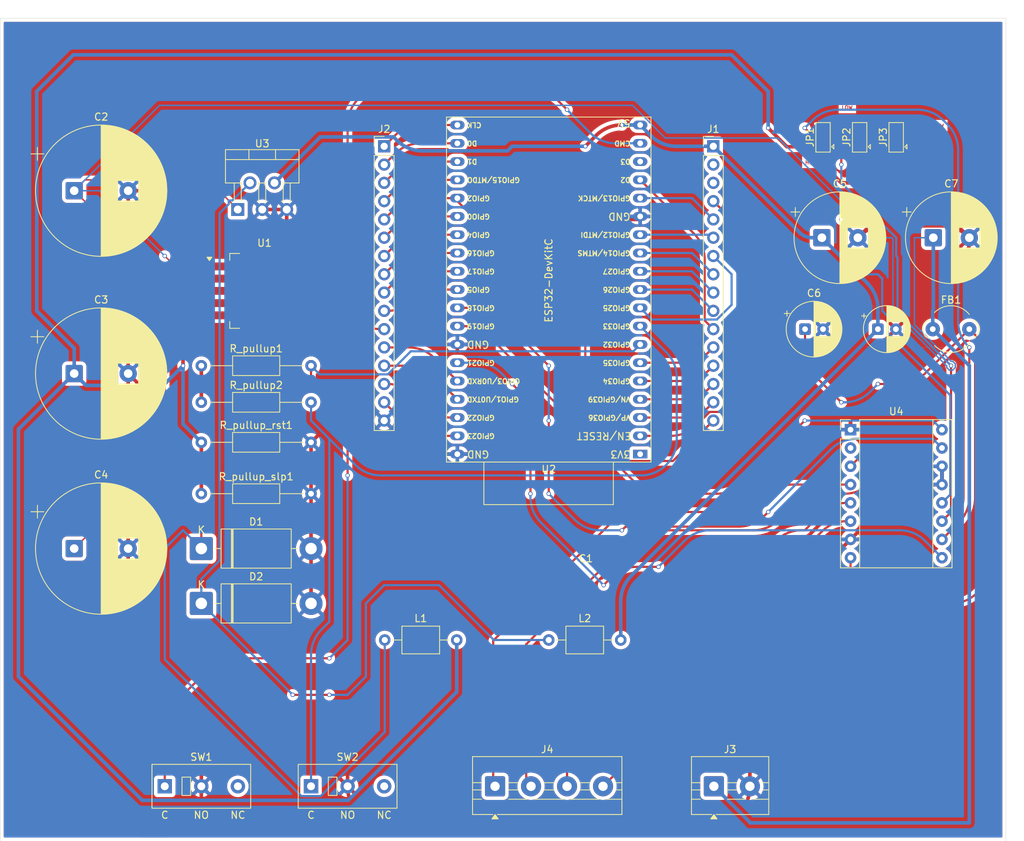
<source format=kicad_pcb>
(kicad_pcb (version 20241229) (generator "pcbnew") (generator_version "9.0")
  (title_block (title "SINGLE AXIS STEPPER CONTROLLER") (comment 1 "AUTHOR:-MIKHAEL SUNIL"))
  (layers (0 "F.Cu" signal) (2 "B.Cu" signal) (13 "F.Paste" user) (15 "B.Paste" user) (5 "F.SilkS" user "F.Silkscreen") (7 "B.SilkS" user "B.Silkscreen") (1 "F.Mask" user) (3 "B.Mask" user) (25 "Edge.Cuts" user))
  (net 0 "")
  (net 3 "GND")
  (net 4 "+5V")
  (net 5 "+12V")
  (net 6 "+3.3V")
  (net 7 "Net-(U4-VMOT)")
  (net 8 "Net-(D1-K)")
  (net 9 "Net-(D2-K)")
  (net 10 "/IO35")
  (net 11 "/IO39")
  (net 12 "/IO15")
  (net 13 "/IO34")
  (net 14 "/IO0")
  (net 15 "/IO36")
  (net 16 "/IO13")
  (net 17 "/IO14")
  (net 18 "/IO4")
  (net 20 "/IO2")
  (net 21 "/IO12")
  (net 22 "/IO3")
  (net 23 "/CHIP_PU")
  (net 24 "/IO1")
  (net 25 "/IO22")
  (net 26 "/CMD")
  (net 27 "/IO10")
  (net 28 "/IO7")
  (net 29 "/IO17")
  (net 30 "/IO25")
  (net 31 "/IO16")
  (net 32 "/IO8")
  (net 33 "/IO23")
  (net 34 "/IO5")
  (net 35 "/IO6")
  (net 36 "/IO27")
  (net 37 "/IO26")
  (net 38 "/IO9")
  (net 39 "/A2")
  (net 40 "/B2")
  (net 41 "/A1")
  (net 42 "/B1")
  (net 43 "/M0")
  (net 44 "/M1")
  (net 45 "/M2")
  (net 46 "/SW1")
  (net 47 "/+3.3")
  (net 48 "/SW2")
  (net 49 "/STEP")
  (net 50 "/DIR")
  (net 51 "/EN")
  (footprint "Connector_PinHeader_2.54mm:PinHeader_1x16_P2.54mm_Vertical" (layer "F.Cu") (at 177.8 48.26)
    (property "Reference" "J1")
    (property "Value" "Conn_01x16_Pin")
  )
  (footprint "Button_Switch_THT:SW_XKB_DM1-16UP-1" (layer "F.Cu") (at 121.92 137.16)
    (property "Reference" "SW2")
    (property "Value" "Limit_Switch2")
  )
  (footprint "Capacitor_THT:CP_Radial_D6.3mm_P2.50mm" (layer "F.Cu") (at 200.66 73.66)
    (property "Reference" "C1")
    (property "Value" "100uF")
  )
  (footprint "Package_TO_SOT_SMD:TO-263-5_TabPin3" (layer "F.Cu") (at 115.455 68.345)
    (property "Reference" "U1")
    (property "Value" "LM2596S-3.3")
  )
  (footprint "TerminalBlock:TerminalBlock_MaiXu_MX126-5.0-02P_1x02_P5.00mm" (layer "F.Cu") (at 177.88 137.16)
    (property "Reference" "J3")
    (property "Value" "Power Supply")
  )
  (footprint "Capacitor_THT:CP_Radial_D7.5mm_P2.50mm" (layer "F.Cu") (at 190.54 73.66)
    (property "Reference" "C6")
    (property "Value" "100nF")
  )
  (footprint "Connector_PinHeader_2.54mm:PinHeader_1x16_P2.54mm_Vertical" (layer "F.Cu") (at 132.08 48.26)
    (property "Reference" "J2")
    (property "Value" "Conn_01x16_Pin")
  )
  (footprint "Diode_THT:D_DO-201AD_P15.24mm_Horizontal" (layer "F.Cu") (at 106.68 111.76)
    (property "Reference" "D2")
    (property "Value" "1N5822")
  )
  (footprint "Resistor_THT:R_Axial_DIN0207_L6.3mm_D2.5mm_P15.24mm_Horizontal" (layer "F.Cu") (at 106.68 89.38)
    (property "Reference" "R_pullup_rst1")
    (property "Value" "10k")
  )
  (footprint "PCM_Espressif:ESP32-DevKitC" (layer "F.Cu") (at 167.64 91.02344 180)
    (property "Reference" "U2")
    (property "Value" "ESP32-DevKitC")
  )
  (footprint "Resistor_THT:R_Axial_DIN0207_L6.3mm_D2.5mm_P15.24mm_Horizontal" (layer "F.Cu") (at 106.68 78.74)
    (property "Reference" "R_pullup1")
    (property "Value" "10k")
  )
  (footprint "Capacitor_THT:CP_Radial_D12.5mm_P5.00mm" (layer "F.Cu") (at 208.36 60.96)
    (property "Reference" "C7")
    (property "Value" "100uF")
  )
  (footprint "Resistor_THT:R_Axial_DIN0207_L6.3mm_D2.5mm_P15.24mm_Horizontal" (layer "F.Cu") (at 106.68 96.52)
    (property "Reference" "R_pullup_slp1")
    (property "Value" "10k")
  )
  (footprint "TerminalBlock:TerminalBlock_MaiXu_MX126-5.0-04P_1x04_P5.00mm" (layer "F.Cu") (at 147.48 137.16)
    (property "Reference" "J4")
    (property "Value" "Screw_Terminal_01x04")
  )
  (footprint "Package_TO_SOT_THT:TO-220-5_P3.4x3.7mm_StaggerOdd_Lead3.8mm_Vertical" (layer "F.Cu") (at 111.74 57.04)
    (property "Reference" "U3")
    (property "Value" "LM2596T-5")
  )
  (footprint "Inductor_THT:L_Axial_L5.0mm_D3.6mm_P10.00mm_Horizontal_Murata_BL01RN1A2A2" (layer "F.Cu") (at 154.94 116.84)
    (property "Reference" "L2")
    (property "Value" "33uH")
  )
  (footprint "Jumper:SolderJumper-3_P1.3mm_Open_Pad1.0x1.5mm" (layer "F.Cu") (at 203.2 47.02 90)
    (property "Reference" "JP3")
    (property "Value" "Jumper_3_Open")
  )
  (footprint "Capacitor_THT:CP_Radial_D12.5mm_P5.00mm" (layer "F.Cu") (at 192.882082 60.96)
    (property "Reference" "C5")
    (property "Value" "220uF")
  )
  (footprint "Resistor_THT:R_Axial_DIN0207_L6.3mm_D2.5mm_P15.24mm_Horizontal" (layer "F.Cu") (at 106.68 83.82)
    (property "Reference" "R_pullup2")
    (property "Value" "10k")
  )
  (footprint "Button_Switch_THT:SW_XKB_DM1-16UP-1" (layer "F.Cu") (at 101.6 137.16)
    (property "Reference" "SW1")
    (property "Value" "Limit_Switch1")
  )
  (footprint "Inductor_THT:L_Axial_L5.0mm_D3.6mm_P10.00mm_Horizontal_Murata_BL01RN1A2A2" (layer "F.Cu") (at 132.16 116.84)
    (property "Reference" "L1")
    (property "Value" "33uH")
  )
  (footprint "Capacitor_THT:CP_Radial_D18.0mm_P7.50mm" (layer "F.Cu") (at 89.02 79.83)
    (property "Reference" "C3")
    (property "Value" "220uF")
  )
  (footprint "Capacitor_THT:CP_Radial_D18.0mm_P7.50mm" (layer "F.Cu") (at 89.02 104.14)
    (property "Reference" "C4")
    (property "Value" "680uF")
  )
  (footprint "Diode_THT:D_DO-201AD_P15.24mm_Horizontal" (layer "F.Cu") (at 106.68 104.14)
    (property "Reference" "D1")
    (property "Value" "1N5822")
  )
  (footprint "Ferrite_THT:LairdTech_28C0236-0JW-10" (layer "F.Cu") (at 208.28 73.66)
    (property "Reference" "FB1")
    (property "Value" "FerriteBead")
  )
  (footprint "Jumper:SolderJumper-3_P1.3mm_Open_Pad1.0x1.5mm" (layer "F.Cu") (at 198.12 47.02 90)
    (property "Reference" "JP2")
    (property "Value" "Jumper_3_Open")
  )
  (footprint "Capacitor_THT:CP_Radial_D18.0mm_P7.50mm" (layer "F.Cu") (at 89.02 54.43)
    (property "Reference" "C2")
    (property "Value" "680uF")
  )
  (footprint "Jumper:SolderJumper-3_P1.3mm_Open_Pad1.0x1.5mm" (layer "F.Cu") (at 193.04 47.02 90)
    (property "Reference" "JP1")
    (property "Value" "Jumper_3_Open")
  )
  (footprint "Module:Pololu_Breakout-16_15.2x20.3mm" (layer "F.Cu") (at 196.86 87.63)
    (property "Reference" "U4")
    (property "Value" "Pololu_Breakout_DRV8825")
  )
  (gr_rect (start 78.74 30.48) (end 218.44 144.78) (stroke (width 0.05)) (fill no) (layer "Edge.Cuts"))
  (gr_text "B1" (at 157.48 129.54 0) (layer "F.Cu") (effects (font (size 1.5 1.5) (thickness 0.3) (bold yes)) (justify left bottom)))
  (gr_text "B2" (at 162.56 129.54 0) (layer "F.Cu") (effects (font (size 1.5 1.5) (thickness 0.3) (bold yes)) (justify left bottom)))
  (gr_text "M2" (at 200.66 40.64 0) (layer "F.Cu") (effects (font (size 1.5 1.5) (thickness 0.3) (bold yes)) (justify left bottom)))
  (gr_text "A3\n" (at 152.4 129.54 0) (layer "F.Cu") (effects (font (size 1.5 1.5) (thickness 0.3) (bold yes)) (justify left bottom)))
  (gr_text "LOW" (at 208.28 45.72 0) (layer "F.Cu") (effects (font (size 0.5 0.5) (thickness 0.1) (bold yes)) (justify left bottom)))
  (gr_text "HIGH" (at 190.5 50.8 0) (layer "F.Cu") (effects (font (size 0.5 0.5) (thickness 0.1) (bold yes)) (justify left bottom)))
  (gr_text "M1\n" (at 195.58 40.64 0) (layer "F.Cu") (effects (font (size 1.5 1.5) (thickness 0.3) (bold yes)) (justify left bottom)))
  (gr_text "	SINGLE AXIS STEPPER\n      MOTOR CONTROLLER\n" (at 180.34 129.54 0) (layer "F.Cu") (effects (font (size 1.5 1.5) (thickness 0.3) (bold yes)) (justify left bottom)))
  (gr_text "A2" (at 147.660225 129.54 0) (layer "F.Cu") (effects (font (size 1.5 1.5) (thickness 0.3) (bold yes)) (justify left bottom)))
  (gr_text "LOW" (at 195.58 43.18 0) (layer "F.Cu") (effects (font (size 0.5 0.5) (thickness 0.1) (bold yes)) (justify left bottom)))
  (gr_text "-" (at 187.96 139.7 0) (layer "F.Cu") (effects (font (size 2.5 1.5) (thickness 0.3) (bold yes)) (justify left bottom)))
  (gr_text "+     " (at 170.18 139.7 0) (layer "F.Cu") (effects (font (size 2.5 1.5) (thickness 0.3) (bold yes)) (justify left bottom)))
  (gr_text "HIGH" (at 200.66 53.34 0) (layer "F.Cu") (effects (font (size 0.5 0.5) (thickness 0.1) (bold yes)) (justify left bottom)))
  (gr_text "LOW" (at 187.96 45.72 0) (layer "F.Cu") (effects (font (size 0.5 0.5) (thickness 0.1) (bold yes)) (justify left bottom)))
  (gr_text "A1" (at 142.24 129.54 0) (layer "F.Cu") (effects (font (size 1.5 1.5) (thickness 0.3) (bold yes)) (justify left bottom)))
  (gr_text "HIGH" (at 205.74 53.34 0) (layer "F.Cu") (effects (font (size 0.5 0.5) (thickness 0.1) (bold yes)) (justify left bottom)))
  (gr_text "M0\n" (at 190.677669 40.64 0) (layer "F.Cu") (effects (font (size 1.5 1.5) (thickness 0.3) (bold yes)) (justify left bottom)))
  (segment (start 106.68 139.029) (end 106.68 137.16) (width 0.5) (layer "F.Cu") (net 3))
  (segment (start 193.04 45.72) (end 189.424466 42.104466) (width 0.5) (layer "F.Cu") (net 3))
  (segment (start 132.08 86.36) (end 118.419466 72.699466) (width 0.5) (layer "F.Cu") (net 3))
  (segment (start 198.12 45.72) (end 193.04 45.72) (width 0.5) (layer "F.Cu") (net 3))
  (segment (start 116.955 68.345) (end 115.019466 70.280534) (width 0.5) (layer "F.Cu") (net 3))
  (segment (start 118.54 57.04) (end 115.14 57.04) (width 0.5) (layer "F.Cu") (net 3))
  (segment (start 109.22 129.54) (end 117.308932 129.54) (width 0.5) (layer "F.Cu") (net 3))
  (segment (start 199.39 87.63) (end 196.86 87.63) (width 0.5) (layer "F.Cu") (net 3))
  (segment (start 111.483932 71.745) (end 107.805 71.745) (width 0.5) (layer "F.Cu") (net 3))
  (segment (start 213.36 60.96) (end 213.173466 60.773466) (width 0.5) (layer "F.Cu") (net 3))
  (segment (start 121.92 108.35) (end 121.92 111.76) (width 0.5) (layer "F.Cu") (net 3))
  (segment (start 209.56 95.25) (end 209.56 92.71) (width 0.5) (layer "F.Cu") (net 3))
  (segment (start 200.66 88.9) (end 199.39 87.63) (width 0.5) (layer "F.Cu") (net 3))
  (segment (start 167.64 58.42) (end 167.64 58.00344) (width 0.5) (layer "F.Cu") (net 3))
  (segment (start 142.24 91.02344) (end 145.19656 91.02344) (width 0.5) (layer "F.Cu") (net 3))
  (segment (start 198.068616 60.773466) (end 197.882082 60.96) (width 0.5) (layer "F.Cu") (net 3))
  (segment (start 132 142.24) (end 177.88 142.24) (width 0.5) (layer "F.Cu") (net 3))
  (segment (start 118.54 64.688932) (end 118.54 57.04) (width 0.5) (layer "F.Cu") (net 3))
  (segment (start 193.04 73.66) (end 194.115534 72.584466) (width 0.5) (layer "F.Cu") (net 3))
  (segment (start 157.48 47.791068) (end 157.48 53.42) (width 0.5) (layer "F.Cu") (net 3))
  (segment (start 207.698514 45.72) (end 203.2 45.72) (width 0.5) (layer "F.Cu") (net 3))
  (segment (start 121.92 101.6) (end 121.92 93.43) (width 0.5) (layer "F.Cu") (net 3))
  (segment (start 200.66 96.998932) (end 200.66 88.9) (width 0.5) (layer "F.Cu") (net 3))
  (segment (start 146.90344 75.78344) (end 142.24 75.78344) (width 0.5) (layer "F.Cu") (net 3))
  (segment (start 197.651068 71.12) (end 198.548932 71.12) (width 0.5) (layer "F.Cu") (net 3))
  (segment (start 116.955 69.163932) (end 116.955 68.345) (width 0.5) (layer "F.Cu") (net 3))
  (segment (start 202.084466 72.584466) (end 203.16 73.66) (width 0.5) (layer "F.Cu") (net 3))
  (segment (start 96.52 54.43) (end 96.52 79.83) (width 0.5) (layer "F.Cu") (net 3))
  (segment (start 145.19656 91.02344) (end 145.855534 90.364466) (width 0.5) (layer "F.Cu") (net 3))
  (segment (start 196.86 87.63) (end 196.86 79.551068) (width 0.5) (layer "F.Cu") (net 3))
  (segment (start 126.13 108.35) (end 121.92 108.35) (width 0.5) (layer "F.Cu") (net 3))
  (segment (start 203.2 45.72) (end 200.66 45.72) (width 0.5) (layer "F.Cu") (net 3))
  (segment (start 211.895534 64.924466) (end 203.16 73.66) (width 0.5) (layer "F.Cu") (net 3))
  (segment (start 121.92 93.43) (end 121.92 89.38) (width 0.5) (layer "F.Cu") (net 3))
  (segment (start 196.86 102.87) (end 197.318932 102.87) (width 0.5) (layer "F.Cu") (net 3))
  (segment (start 200.66 45.72) (end 198.12 45.72) (width 0.5) (layer "F.Cu") (net 3))
  (segment (start 209.081068 95.25) (end 209.56 95.25) (width 0.5) (layer "F.Cu") (net 3))
  (segment (start 132.08 86.36) (end 135.278974 89.558974) (width 0.5) (layer "F.Cu") (net 3))
  (segment (start 208.28 48.26) (end 208.28 46.301486) (width 0.5) (layer "F.Cu") (net 3))
  (segment (start 210.82 51.268932) (end 210.82 50.8) (width 0.5) (layer "F.Cu") (net 3))
  (segment (start 195.395534 76.015534) (end 193.04 73.66) (width 0.5) (layer "F.Cu") (net 3))
  (segment (start 196.86 102.87) (end 199.195534 100.534466) (width 0.5) (layer "F.Cu") (net 3))
  (segment (start 147.32 76.2) (end 146.90344 75.78344) (width 0.5) (layer "F.Cu") (net 3))
  (segment (start 213.36 60.96) (end 209.744466 57.344466) (width 0.5) (layer "F.Cu") (net 3))
  (segment (start 116.955 68.345) (end 117.075534 68.224466) (width 0.5) (layer "F.Cu") (net 3))
  (segment (start 96.52 79.83) (end 96.52 104.14) (width 0.5) (layer "F.Cu") (net 3))
  (segment (start 127 109.22) (end 126.13 108.35) (width 0.5) (layer "F.Cu") (net 3))
  (segment (start 108.144466 130.615534) (end 109.22 129.54) (width 0.5) (layer "F.Cu") (net 3))
  (segment (start 147.32 86.828932) (end 147.32 76.2) (width 0.5) (layer "F.Cu") (net 3))
  (segment (start 213.36 60.96) (end 213.36 61.388932) (width 0.5) (layer "F.Cu") (net 3))
  (segment (start 96.52 104.14) (end 96.52 140.168932) (width 0.5) (layer "F.Cu") (net 3))
  (segment (start 100.968932 54.43) (end 96.52 54.43) (width 0.5) (layer "F.Cu") (net 3))
  (segment (start 182.88 137.24) (end 182.88 137.16) (width 0.5) (layer "F.Cu") (net 3))
  (segment (start 98.309 144.029) (end 101.68 144.029) (width 0.5) (layer "F.Cu") (net 3))
  (segment (start 184.344466 115.385534) (end 196.86 102.87) (width 0.5) (layer "F.Cu") (net 3))
  (segment (start 185.888932 40.64) (end 164.631068 40.64) (width 0.5) (layer "F.Cu") (net 3))
  (segment (start 106.68 137.16) (end 106.68 134.151068) (width 0.5) (layer "F.Cu") (net 3))
  (segment (start 208.28 53.808932) (end 210.82 51.268932) (width 0.5) (layer "F.Cu") (net 3))
  (segment (start 97.984466 143.704466) (end 98.309 144.029) (width 0.5) (layer "F.Cu") (net 3))
  (segment (start 120.844466 131.004466) (end 127 137.16) (width 0.5) (layer "F.Cu") (net 3))
  (segment (start 127 137.16) (end 127 137.24) (width 0.5) (layer "F.Cu") (net 3))
  (segment (start 116.955 68.345) (end 107.805 68.345) (width 0.5) (layer "F.Cu") (net 3))
  (segment (start 121.92 108.35) (end 121.92 101.6) (width 0.5) (layer "F.Cu") (net 3))
  (segment (start 161.095534 42.104466) (end 158.944466 44.255534) (width 0.5) (layer "F.Cu") (net 3))
  (segment (start 127 137.16) (end 127 109.22) (width 0.5) (layer "F.Cu") (net 3))
  (segment (start 182.88 137.16) (end 182.88 118.921068) (width 0.5) (layer "F.Cu") (net 3))
  (segment (start 208.28 46.301486) (end 207.698514 45.72) (width 0.5) (layer "F.Cu") (net 3))
  (segment (start 209.637932 59.309) (end 201.60415 59.309) (width 0.5) (layer "F.Cu") (net 3))
  (segment (start 116.955 68.345) (end 104.504466 55.894466) (width 0.5) (layer "F.Cu") (net 3))
  (segment (start 210.82 50.8) (end 208.28 48.26) (width 0.5) (layer "F.Cu") (net 3))
  (segment (start 138.814508 91.02344) (end 142.24 91.02344) (width 0.5) (layer "F.Cu") (net 3))
  (segment (start 162.48 58.42) (end 167.64 58.42) (width 0.5) (layer "F.Cu") (net 3))
  (segment (start 200.854466 101.405534) (end 205.545534 96.714466) (width 0.5) (layer "F.Cu") (net 3))
  (arc (start 106.68 139.029) (mid 105.215534 142.564534) (end 101.68 144.029) (width 0.5) (layer "F.Cu") (net 3))
  (arc (start 116.955 69.163932) (mid 117.335602 71.077349) (end 118.419466 72.699466) (width 0.5) (layer "F.Cu") (net 3))
  (arc (start 213.36 61.388932) (mid 212.979398 63.302349) (end 211.895534 64.924466) (width 0.5) (layer "F.Cu") (net 3))
  (arc (start 138.814508 91.02344) (mid 136.901091 90.642838) (end 135.278974 89.558974) (width 0.5) (layer "F.Cu") (net 3))
  (arc (start 164.631068 40.64) (mid 162.717651 41.020602) (end 161.095534 42.104466) (width 0.5) (layer "F.Cu") (net 3))
  (arc (start 199.195534 100.534466) (mid 200.279398 98.912349) (end 200.66 96.998932) (width 0.5) (layer "F.Cu") (net 3))
  (arc (start 198.548932 71.12) (mid 200.462349 71.500602) (end 202.084466 72.584466) (width 0.5) (layer "F.Cu") (net 3))
  (arc (start 108.144466 130.615534) (mid 107.060602 132.237651) (end 106.68 134.151068) (width 0.5) (layer "F.Cu") (net 3))
  (arc (start 147.32 86.828932) (mid 146.939398 88.742349) (end 145.855534 90.364466) (width 0.5) (layer "F.Cu") (net 3))
  (arc (start 132 142.24) (mid 128.464466 140.775534) (end 127 137.24) (width 0.5) (layer "F.Cu") (net 3))
  (arc (start 177.88 142.24) (mid 181.415534 140.775534) (end 182.88 137.24) (width 0.5) (layer "F.Cu") (net 3))
  (arc (start 100.968932 54.43) (mid 102.882349 54.810602) (end 104.504466 55.894466) (width 0.5) (layer "F.Cu") (net 3))
  (arc (start 182.88 118.921068) (mid 183.260602 117.007651) (end 184.344466 115.385534) (width 0.5) (layer "F.Cu") (net 3))
  (arc (start 185.888932 40.64) (mid 187.802349 41.020602) (end 189.424466 42.104466) (width 0.5) (layer "F.Cu") (net 3))
  (arc (start 197.318932 102.87) (mid 199.232349 102.489398) (end 200.854466 101.405534) (width 0.5) (layer "F.Cu") (net 3))
  (arc (start 195.395534 76.015534) (mid 196.479398 77.637651) (end 196.86 79.551068) (width 0.5) (layer "F.Cu") (net 3))
  (arc (start 118.54 64.688932) (mid 118.159398 66.602349) (end 117.075534 68.224466) (width 0.5) (layer "F.Cu") (net 3))
  (arc (start 209.744466 57.344466) (mid 208.660602 55.722349) (end 208.28 53.808932) (width 0.5) (layer "F.Cu") (net 3))
  (arc (start 157.48 47.791068) (mid 157.860602 45.877651) (end 158.944466 44.255534) (width 0.5) (layer "F.Cu") (net 3))
  (arc (start 209.081068 95.25) (mid 207.167651 95.630602) (end 205.545534 96.714466) (width 0.5) (layer "F.Cu") (net 3))
  (arc (start 111.483932 71.745) (mid 113.397349 71.364398) (end 115.019466 70.280534) (width 0.5) (layer "F.Cu") (net 3))
  (arc (start 198.068616 60.773466) (mid 199.690733 59.689602) (end 201.60415 59.309) (width 0.5) (layer "F.Cu") (net 3))
  (arc (start 157.48 53.42) (mid 158.944466 56.955534) (end 162.48 58.42) (width 0.5) (layer "F.Cu") (net 3))
  (arc (start 197.651068 71.12) (mid 195.737651 71.500602) (end 194.115534 72.584466) (width 0.5) (layer "F.Cu") (net 3))
  (arc (start 213.173466 60.773466) (mid 211.551349 59.689602) (end 209.637932 59.309) (width 0.5) (layer "F.Cu") (net 3))
  (arc (start 120.844466 131.004466) (mid 119.222349 129.920602) (end 117.308932 129.54) (width 0.5) (layer "F.Cu") (net 3))
  (arc (start 97.984466 143.704466) (mid 96.900602 142.082349) (end 96.52 140.168932) (width 0.5) (layer "F.Cu") (net 3))
  (segment (start 161.512094 46.767906) (end 160.02 48.26) (width 0.5) (layer "F.Cu") (net 4))
  (segment (start 165.1 45.30344) (end 165.047628 45.30344) (width 0.5) (layer "F.Cu") (net 4))
  (via (at 165.1 45.30344) (size 0.6) (drill 0.4) (layers "F.Cu" "B.Cu") (net 4))
  (via (at 160.02 48.26) (size 0.6) (drill 0.4) (layers "F.Cu" "B.Cu") (net 4))
  (arc (start 165.047628 45.30344) (mid 163.134211 45.684042) (end 161.512094 46.767906) (width 0.5) (layer "F.Cu") (net 4))
  (segment (start 160.02 48.26) (end 149.86 48.26) (width 0.5) (layer "B.Cu") (net 4))
  (segment (start 164.94 116.84) (end 164.94 111.451068) (width 0.5) (layer "B.Cu") (net 4))
  (segment (start 166.404466 107.915534) (end 200.66 73.66) (width 0.5) (layer "B.Cu") (net 4))
  (segment (start 149.86 48.26) (end 149.22284 48.89716) (width 0.5) (layer "B.Cu") (net 4))
  (segment (start 123.221 46.959) (end 121.92 48.26) (width 0.5) (layer "B.Cu") (net 4))
  (segment (start 121.92 48.26) (end 116.84 53.34) (width 0.5) (layer "B.Cu") (net 4))
  (segment (start 199.195534 67.273452) (end 192.882082 60.96) (width 0.5) (layer "B.Cu") (net 4))
  (segment (start 169.132094 46.795534) (end 167.64 45.30344) (width 0.5) (layer "B.Cu") (net 4))
  (segment (start 192.882082 60.96) (end 191.525441 60.96) (width 0.5) (layer "B.Cu") (net 4))
  (segment (start 177.8 48.26) (end 172.667628 48.26) (width 0.5) (layer "B.Cu") (net 4))
  (segment (start 189.774903 60.234903) (end 177.8 48.26) (width 0.5) (layer "B.Cu") (net 4))
  (segment (start 149.22284 48.89716) (end 137.390228 48.89716) (width 0.5) (layer "B.Cu") (net 4))
  (segment (start 133.381 46.959) (end 123.221 46.959) (width 0.5) (layer "B.Cu") (net 4))
  (segment (start 167.64 45.30344) (end 165.1 45.30344) (width 0.5) (layer "B.Cu") (net 4))
  (segment (start 133.854694 47.432694) (end 133.381 46.959) (width 0.5) (layer "B.Cu") (net 4))
  (segment (start 200.66 73.66) (end 200.66 70.808986) (width 0.5) (layer "B.Cu") (net 4))
  (arc (start 172.667628 48.26) (mid 170.754211 47.879398) (end 169.132094 46.795534) (width 0.5) (layer "B.Cu") (net 4))
  (arc (start 189.774903 60.234903) (mid 190.578057 60.771553) (end 191.525441 60.96) (width 0.5) (layer "B.Cu") (net 4))
  (arc (start 166.404466 107.915534) (mid 165.320602 109.537651) (end 164.94 111.451068) (width 0.5) (layer "B.Cu") (net 4))
  (arc (start 200.66 70.808986) (mid 200.279398 68.895569) (end 199.195534 67.273452) (width 0.5) (layer "B.Cu") (net 4))
  (arc (start 137.390228 48.89716) (mid 135.476811 48.516558) (end 133.854694 47.432694) (width 0.5) (layer "B.Cu") (net 4))
  (segment (start 89.02 104.14) (end 95.019 98.141) (width 0.2) (layer "F.Cu") (net 5))
  (segment (start 95.019 98.141) (end 95.019 60.429) (width 0.2) (layer "F.Cu") (net 5))
  (segment (start 107.629 52.929) (end 111.74 57.04) (width 0.2) (layer "F.Cu") (net 5))
  (segment (start 89.02 54.43) (end 90.521 52.929) (width 0.2) (layer "F.Cu") (net 5))
  (segment (start 103.045 64.945) (end 107.805 64.945) (width 0.2) (layer "F.Cu") (net 5))
  (segment (start 208.28 61.04) (end 208.36 60.96) (width 0.2) (layer "F.Cu") (net 5))
  (segment (start 90.521 52.929) (end 107.629 52.929) (width 0.2) (layer "F.Cu") (net 5))
  (segment (start 101.6 63.5) (end 103.045 64.945) (width 0.2) (layer "F.Cu") (net 5))
  (segment (start 95.019 60.429) (end 89.02 54.43) (width 0.2) (layer "F.Cu") (net 5))
  (via (at 101.6 63.5) (size 0.6) (drill 0.4) (layers "F.Cu" "B.Cu") (net 5))
  (segment (start 205.74 73.02219) (end 210.85681 78.139) (width 0.2) (layer "B.Cu") (net 5))
  (segment (start 208.28 71.12) (end 208.36 71.04) (width 0.5) (layer "B.Cu") (net 5))
  (segment (start 177.88 137.16) (end 182.88 142.16) (width 0.5) (layer "B.Cu") (net 5))
  (segment (start 211.068943 79.341) (end 210.571057 79.341) (width 0.2) (layer "B.Cu") (net 5))
  (segment (start 186.809 47.109) (end 171.119766 47.109) (width 0.2) (layer "B.Cu") (net 5))
  (segment (start 213.36 78.74) (end 208.28 73.66) (width 0.5) (layer "B.Cu") (net 5))
  (segment (start 210.85681 78.139) (end 211.068943 78.139) (width 0.2) (layer "B.Cu") (net 5))
  (segment (start 211.068943 78.139) (end 211.421 78.491057) (width 0.2) (layer "B.Cu") (net 5))
  (segment (start 211.421 78.988943) (end 211.068943 79.341) (width 0.2) (layer "B.Cu") (net 5))
  (segment (start 208.36 71.04) (end 208.36 60.96) (width 0.5) (layer "B.Cu") (net 5))
  (segment (start 210.219 78.988943) (end 210.219 78.77681) (width 0.2) (layer "B.Cu") (net 5))
  (segment (start 100.871 42.579) (end 89.02 54.43) (width 0.2) (layer "B.Cu") (net 5))
  (segment (start 202.749 61.14681) (end 202.56219 60.96) (width 0.2) (layer "B.Cu") (net 5))
  (segment (start 208.28 73.66) (end 208.28 71.12) (width 0.5) (layer "B.Cu") (net 5))
  (segment (start 200.66 60.96) (end 186.809 47.109) (width 0.2) (layer "B.Cu") (net 5))
  (segment (start 205.74 60.96) (end 205.74 73.02219) (width 0.2) (layer "B.Cu") (net 5))
  (segment (start 202.56219 60.96) (end 200.66 60.96) (width 0.2) (layer "B.Cu") (net 5))
  (segment (start 171.119766 47.109) (end 166.589766 42.579) (width 0.2) (layer "B.Cu") (net 5))
  (segment (start 92.53 54.43) (end 101.6 63.5) (width 0.2) (layer "B.Cu") (net 5))
  (segment (start 182.88 142.16) (end 182.88 142.24) (width 0.5) (layer "B.Cu") (net 5))
  (segment (start 202.749 71.30681) (end 202.749 61.14681) (width 0.2) (layer "B.Cu") (net 5))
  (segment (start 213.36 142.24) (end 213.36 78.74) (width 0.5) (layer "B.Cu") (net 5))
  (segment (start 166.589766 42.579) (end 100.871 42.579) (width 0.2) (layer "B.Cu") (net 5))
  (segment (start 210.571057 79.341) (end 210.219 78.988943) (width 0.2) (layer "B.Cu") (net 5))
  (segment (start 211.421 78.491057) (end 211.421 78.988943) (width 0.2) (layer "B.Cu") (net 5))
  (segment (start 89.02 54.43) (end 92.53 54.43) (width 0.2) (layer "B.Cu") (net 5))
  (segment (start 208.36 60.96) (end 205.74 60.96) (width 0.2) (layer "B.Cu") (net 5))
  (segment (start 210.219 78.77681) (end 202.749 71.30681) (width 0.2) (layer "B.Cu") (net 5))
  (segment (start 182.88 142.24) (end 213.36 142.24) (width 0.5) (layer "B.Cu") (net 5))
  (segment (start 105.215 70.045) (end 104.14 71.12) (width 0.5) (layer "F.Cu") (net 6))
  (segment (start 195.58 53.34) (end 198.12 53.34) (width 0.5) (layer "F.Cu") (net 6))
  (segment (start 106.68 96.52) (end 106.68 89.38) (width 0.5) (layer "F.Cu") (net 6))
  (segment (start 193.04 48.32) (end 193.04 50.8) (width 0.5) (layer "F.Cu") (net 6))
  (segment (start 198.12 53.34) (end 198.12 48.32) (width 0.5) (layer "F.Cu") (net 6))
  (segment (start 185.42 45.72) (end 188.02 48.32) (width 0.5) (layer "F.Cu") (net 6))
  (segment (start 188.02 48.32) (end 193.04 48.32) (width 0.5) (layer "F.Cu") (net 6))
  (segment (start 193.04 50.8) (end 195.58 53.34) (width 0.5) (layer "F.Cu") (net 6))
  (segment (start 104.14 71.12) (end 104.14 78.74) (width 0.5) (layer "F.Cu") (net 6))
  (segment (start 198.12 48.32) (end 203.2 48.32) (width 0.5) (layer "F.Cu") (net 6))
  (segment (start 107.805 70.045) (end 105.215 70.045) (width 0.5) (layer "F.Cu") (net 6))
  (via (at 104.14 78.74) (size 0.6) (drill 0.4) (layers "F.Cu" "B.Cu") (net 6))
  (via (at 185.42 45.72) (size 0.6) (drill 0.4) (layers "F.Cu" "B.Cu") (net 6))
  (segment (start 104.14 78.74) (end 104.14 86.84) (width 0.5) (layer "B.Cu") (net 6))
  (segment (start 81.28 87.57) (end 81.28 121.92) (width 0.5) (layer "B.Cu") (net 6))
  (segment (start 81.28 121.92) (end 98.472 139.112) (width 0.5) (layer "B.Cu") (net 6))
  (segment (start 104.14 78.74) (end 101.399 81.481) (width 0.5) (layer "B.Cu") (net 6))
  (segment (start 127.100024 139.112) (end 142.16 124.052024) (width 0.5) (layer "B.Cu") (net 6))
  (segment (start 88.9 35.56) (end 180.34 35.56) (width 0.5) (layer "B.Cu") (net 6))
  (segment (start 83.82 71.12) (end 83.82 40.64) (width 0.5) (layer "B.Cu") (net 6))
  (segment (start 104.14 86.84) (end 106.68 89.38) (width 0.5) (layer "B.Cu") (net 6))
  (segment (start 180.34 35.56) (end 185.42 40.64) (width 0.5) (layer "B.Cu") (net 6))
  (segment (start 89.02 79.83) (end 81.28 87.57) (width 0.5) (layer "B.Cu") (net 6))
  (segment (start 89.02 79.83) (end 89.02 76.32) (width 0.5) (layer "B.Cu") (net 6))
  (segment (start 83.82 40.64) (end 88.9 35.56) (width 0.5) (layer "B.Cu") (net 6))
  (segment (start 101.399 81.481) (end 90.671 81.481) (width 0.5) (layer "B.Cu") (net 6))
  (segment (start 185.42 40.64) (end 185.42 43.18) (width 0.5) (layer "B.Cu") (net 6))
  (segment (start 98.472 139.112) (end 127.100024 139.112) (width 0.5) (layer "B.Cu") (net 6))
  (segment (start 185.42 43.18) (end 185.42 45.72) (width 0.5) (layer "B.Cu") (net 6))
  (segment (start 90.671 81.481) (end 89.02 79.83) (width 0.5) (layer "B.Cu") (net 6))
  (segment (start 142.16 124.052024) (end 142.16 116.84) (width 0.5) (layer "B.Cu") (net 6))
  (segment (start 89.02 76.32) (end 83.82 71.12) (width 0.5) (layer "B.Cu") (net 6))
  (segment (start 214.435534 74.735534) (end 213.36 73.66) (width 0.3) (layer "F.Cu") (net 7))
  (segment (start 215.9 106.76) (end 215.9 78.271068) (width 0.3) (layer "F.Cu") (net 7))
  (segment (start 213.36 73.66) (end 207.204466 79.815534) (width 0.3) (layer "F.Cu") (net 7))
  (segment (start 196.86 105.41) (end 196.86 110.5) (width 0.3) (layer "F.Cu") (net 7))
  (segment (start 203.668932 81.28) (end 200.66 81.28) (width 0.3) (layer "F.Cu") (net 7))
  (segment (start 198.12 111.76) (end 210.9 111.76) (width 0.3) (layer "F.Cu") (net 7))
  (segment (start 190.54 76.708932) (end 190.54 73.66) (width 0.3) (layer "F.Cu") (net 7))
  (segment (start 196.86 110.5) (end 198.12 111.76) (width 0.3) (layer "F.Cu") (net 7))
  (segment (start 195.58 83.82) (end 192.004466 80.244466) (width 0.3) (layer "F.Cu") (net 7))
  (via (at 200.66 81.28) (size 0.6) (drill 0.4) (layers "F.Cu" "B.Cu") (net 7))
  (via (at 195.58 83.82) (size 0.6) (drill 0.4) (layers "F.Cu" "B.Cu") (net 7))
  (arc (start 190.54 76.708932) (mid 190.920602 78.622349) (end 192.004466 80.244466) (width 0.3) (layer "F.Cu") (net 7))
  (arc (start 214.435534 74.735534) (mid 215.519398 76.357651) (end 215.9 78.271068) (width 0.3) (layer "F.Cu") (net 7))
  (arc (start 207.204466 79.815534) (mid 205.582349 80.899398) (end 203.668932 81.28) (width 0.3) (layer "F.Cu") (net 7))
  (arc (start 215.9 106.76) (mid 214.435534 110.295534) (end 210.9 111.76) (width 0.3) (layer "F.Cu") (net 7))
  (segment (start 196.048932 83.82) (end 195.58 83.82) (width 0.3) (layer "B.Cu") (net 7))
  (segment (start 200.66 81.28) (end 199.584466 82.355534) (width 0.3) (layer "B.Cu") (net 7))
  (arc (start 199.584466 82.355534) (mid 197.962349 83.439398) (end 196.048932 83.82) (width 0.3) (layer "B.Cu") (net 7))
  (segment (start 101.6 96.52) (end 106.68 101.6) (width 0.3) (layer "F.Cu") (net 8))
  (segment (start 103.535 66.645) (end 101.6 68.58) (width 0.3) (layer "F.Cu") (net 8))
  (segment (start 107.805 66.645) (end 103.535 66.645) (width 0.3) (layer "F.Cu") (net 8))
  (segment (start 106.68 104.14) (end 106.68 101.6) (width 0.3) (layer "F.Cu") (net 8))
  (segment (start 101.6 68.58) (end 101.6 96.52) (width 0.3) (layer "F.Cu") (net 8))
  (segment (start 123.271 138.511) (end 120.569 138.511) (width 0.3) (layer "B.Cu") (net 8))
  (segment (start 132.16 129.622) (end 123.271 138.511) (width 0.3) (layer "B.Cu") (net 8))
  (segment (start 101.6 119.542) (end 101.6 104.14) (width 0.3) (layer "B.Cu") (net 8))
  (segment (start 120.569 138.511) (end 101.6 119.542) (width 0.3) (layer "B.Cu") (net 8))
  (segment (start 101.6 104.14) (end 104.14 101.6) (width 0.3) (layer "B.Cu") (net 8))
  (segment (start 132.16 116.84) (end 132.16 129.622) (width 0.3) (layer "B.Cu") (net 8))
  (segment (start 106.68 104.14) (end 104.14 101.6) (width 0.3) (layer "B.Cu") (net 8))
  (segment (start 119.38 124.46) (end 124.46 124.46) (width 0.3) (layer "F.Cu") (net 9))
  (via (at 119.38 124.46) (size 0.6) (drill 0.4) (layers "F.Cu" "B.Cu") (net 9))
  (via (at 124.46 124.46) (size 0.6) (drill 0.4) (layers "F.Cu" "B.Cu") (net 9))
  (segment (start 109.22 105.81) (end 106.68 108.35) (width 0.3) (layer "B.Cu") (net 9))
  (segment (start 147.32 116.84) (end 154.94 116.84) (width 0.3) (layer "B.Cu") (net 9))
  (segment (start 132.08 109.22) (end 139.7 109.22) (width 0.3) (layer "B.Cu") (net 9))
  (segment (start 129.54 121.92) (end 129.54 111.76) (width 0.3) (layer "B.Cu") (net 9))
  (segment (start 110.489 56.291) (end 109.22 57.56) (width 0.3) (layer "B.Cu") (net 9))
  (segment (start 129.54 111.76) (end 132.08 109.22) (width 0.3) (layer "B.Cu") (net 9))
  (segment (start 127 124.46) (end 129.54 121.92) (width 0.3) (layer "B.Cu") (net 9))
  (segment (start 106.68 111.76) (end 119.38 124.46) (width 0.3) (layer "B.Cu") (net 9))
  (segment (start 110.991 55.789) (end 110.489 55.789) (width 0.3) (layer "B.Cu") (net 9))
  (segment (start 139.7 109.22) (end 147.32 116.84) (width 0.3) (layer "B.Cu") (net 9))
  (segment (start 124.46 124.46) (end 127 124.46) (width 0.3) (layer "B.Cu") (net 9))
  (segment (start 113.44 53.34) (end 110.991 55.789) (width 0.3) (layer "B.Cu") (net 9))
  (segment (start 106.68 108.35) (end 106.68 111.76) (width 0.3) (layer "B.Cu") (net 9))
  (segment (start 109.22 57.56) (end 109.22 105.81) (width 0.3) (layer "B.Cu") (net 9))
  (segment (start 110.489 55.789) (end 110.489 56.291) (width 0.3) (layer "B.Cu") (net 9))
  (segment (start 167.64 78.32344) (end 173.605492 78.32344) (width 0.3) (layer "F.Cu") (net 10))
  (segment (start 177.141026 76.858974) (end 177.8 76.2) (width 0.3) (layer "F.Cu") (net 10))
  (arc (start 177.141026 76.858974) (mid 175.518909 77.942838) (end 173.605492 78.32344) (width 0.3) (layer "F.Cu") (net 10))
  (segment (start 177.141026 81.938974) (end 177.8 81.28) (width 0.3) (layer "F.Cu") (net 11))
  (segment (start 167.64 83.40344) (end 173.605492 83.40344) (width 0.3) (layer "F.Cu") (net 11))
  (arc (start 177.141026 81.938974) (mid 175.518909 83.022838) (end 173.605492 83.40344) (width 0.3) (layer "F.Cu") (net 11))
  (segment (start 132.08 55.88) (end 133.572094 54.387906) (width 0.3) (layer "F.Cu") (net 12))
  (segment (start 137.107628 52.92344) (end 142.24 52.92344) (width 0.3) (layer "F.Cu") (net 12))
  (arc (start 133.572094 54.387906) (mid 135.194211 53.304042) (end 137.107628 52.92344) (width 0.3) (layer "F.Cu") (net 12))
  (segment (start 177.141026 79.398974) (end 177.8 78.74) (width 0.3) (layer "F.Cu") (net 13))
  (segment (start 167.64 80.86344) (end 173.605492 80.86344) (width 0.3) (layer "F.Cu") (net 13))
  (arc (start 177.141026 79.398974) (mid 175.518909 80.482838) (end 173.605492 80.86344) (width 0.3) (layer "F.Cu") (net 13))
  (segment (start 137.107628 58.00344) (end 142.24 58.00344) (width 0.3) (layer "F.Cu") (net 14))
  (segment (start 132.08 60.96) (end 133.572094 59.467906) (width 0.3) (layer "F.Cu") (net 14))
  (arc (start 137.107628 58.00344) (mid 135.194211 58.384042) (end 133.572094 59.467906) (width 0.3) (layer "F.Cu") (net 14))
  (segment (start 177.141026 84.478974) (end 177.8 83.82) (width 0.3) (layer "F.Cu") (net 15))
  (segment (start 167.64 85.94344) (end 173.605492 85.94344) (width 0.3) (layer "F.Cu") (net 15))
  (arc (start 173.605492 85.94344) (mid 175.518909 85.562838) (end 177.141026 84.478974) (width 0.3) (layer "F.Cu") (net 15))
  (segment (start 174.84344 55.46344) (end 177.8 58.42) (width 0.3) (layer "B.Cu") (net 16))
  (segment (start 167.64 55.46344) (end 174.84344 55.46344) (width 0.3) (layer "B.Cu") (net 16))
  (segment (start 167.64 63.08344) (end 174.84344 63.08344) (width 0.3) (layer "B.Cu") (net 17))
  (segment (start 174.84344 63.08344) (end 177.8 66.04) (width 0.3) (layer "B.Cu") (net 17))
  (segment (start 137.107628 60.54344) (end 142.24 60.54344) (width 0.3) (layer "F.Cu") (net 18))
  (segment (start 132.08 63.5) (end 133.572094 62.007906) (width 0.3) (layer "F.Cu") (net 18))
  (arc (start 133.572094 62.007906) (mid 135.194211 60.924042) (end 137.107628 60.54344) (width 0.3) (layer "F.Cu") (net 18))
  (segment (start 160.02 73.66) (end 142.24 55.88) (width 0.3) (layer "F.Cu") (net 20))
  (segment (start 160.02 86.36) (end 160.02 73.66) (width 0.3) (layer "F.Cu") (net 20))
  (segment (start 132.08 58.42) (end 133.572094 56.927906) (width 0.3) (layer "F.Cu") (net 20))
  (segment (start 165.63444 91.97444) (end 160.02 86.36) (width 0.3) (layer "F.Cu") (net 20))
  (segment (start 172.18556 91.97444) (end 165.63444 91.97444) (width 0.3) (layer "F.Cu") (net 20))
  (segment (start 177.8 86.36) (end 172.18556 91.97444) (width 0.3) (layer "F.Cu") (net 20))
  (segment (start 137.107628 55.46344) (end 142.24 55.46344) (width 0.3) (layer "F.Cu") (net 20))
  (segment (start 142.24 55.88) (end 142.24 55.46344) (width 0.3) (layer "F.Cu") (net 20))
  (arc (start 137.107628 55.46344) (mid 135.194211 55.844042) (end 133.572094 56.927906) (width 0.3) (layer "F.Cu") (net 20))
  (segment (start 177.38344 60.54344) (end 177.8 60.96) (width 0.3) (layer "B.Cu") (net 21))
  (segment (start 167.64 60.54344) (end 177.38344 60.54344) (width 0.3) (layer "B.Cu") (net 21))
  (segment (start 139.041026 77.664466) (end 142.24 80.86344) (width 0.3) (layer "F.Cu") (net 22))
  (segment (start 132.08 76.2) (end 135.505492 76.2) (width 0.3) (layer "F.Cu") (net 22))
  (arc (start 139.041026 77.664466) (mid 137.418909 76.580602) (end 135.505492 76.2) (width 0.3) (layer "F.Cu") (net 22))
  (segment (start 175.442555 87.018974) (end 177.302529 85.159) (width 0.3) (layer "F.Cu") (net 23))
  (segment (start 167.64 88.48344) (end 171.907021 88.48344) (width 0.3) (layer "F.Cu") (net 23))
  (segment (start 177.302529 85.159) (end 179.001 85.159) (width 0.3) (layer "F.Cu") (net 23))
  (segment (start 181.415534 59.495534) (end 177.8 55.88) (width 0.3) (layer "F.Cu") (net 23))
  (segment (start 182.88 79.208932) (end 182.88 63.031068) (width 0.3) (layer "F.Cu") (net 23))
  (segment (start 179.001 85.159) (end 181.415534 82.744466) (width 0.3) (layer "F.Cu") (net 23))
  (arc (start 182.88 79.208932) (mid 182.499398 81.122349) (end 181.415534 82.744466) (width 0.3) (layer "F.Cu") (net 23))
  (arc (start 181.415534 59.495534) (mid 182.499398 61.117651) (end 182.88 63.031068) (width 0.3) (layer "F.Cu") (net 23))
  (arc (start 175.442555 87.018974) (mid 173.820438 88.102838) (end 171.907021 88.48344) (width 0.3) (layer "F.Cu") (net 23))
  (segment (start 139.041026 80.204466) (end 142.24 83.40344) (width 0.3) (layer "F.Cu") (net 24))
  (segment (start 132.08 78.74) (end 135.505492 78.74) (width 0.3) (layer "F.Cu") (net 24))
  (arc (start 135.505492 78.74) (mid 137.418909 79.120602) (end 139.041026 80.204466) (width 0.3) (layer "F.Cu") (net 24))
  (segment (start 132.08 81.28) (end 132.548932 81.28) (width 0.3) (layer "F.Cu") (net 25))
  (segment (start 141.354508 85.94344) (end 142.24 85.94344) (width 0.3) (layer "F.Cu") (net 25))
  (segment (start 136.084466 82.744466) (end 137.818974 84.478974) (width 0.3) (layer "F.Cu") (net 25))
  (arc (start 132.548932 81.28) (mid 134.462349 81.660602) (end 136.084466 82.744466) (width 0.3) (layer "F.Cu") (net 25))
  (arc (start 141.354508 85.94344) (mid 139.441091 85.562838) (end 137.818974 84.478974) (width 0.3) (layer "F.Cu") (net 25))
  (segment (start 127 71.12) (end 127 68.58) (width 0.3) (layer "F.Cu") (net 26))
  (segment (start 128.464466 41.715534) (end 129.54 40.64) (width 0.3) (layer "F.Cu") (net 26))
  (segment (start 132.08 40.64) (end 152.868932 40.64) (width 0.3) (layer "F.Cu") (net 26))
  (segment (start 127 68.58) (end 127 45.251068) (width 0.3) (layer "F.Cu") (net 26))
  (segment (start 156.404466 42.104466) (end 157.48 43.18) (width 0.3) (layer "F.Cu") (net 26))
  (segment (start 129.54 40.64) (end 132.08 40.64) (width 0.3) (layer "F.Cu") (net 26))
  (segment (start 132.08 73.66) (end 131.611068 73.66) (width 0.3) (layer "F.Cu") (net 26))
  (segment (start 128.075534 72.195534) (end 127 71.12) (width 0.3) (layer "F.Cu") (net 26))
  (via (at 157.48 43.18) (size 0.6) (drill 0.4) (layers "F.Cu" "B.Cu") (net 26))
  (arc (start 127 45.251068) (mid 127.380602 43.337651) (end 128.464466 41.715534) (width 0.3) (layer "F.Cu") (net 26))
  (arc (start 152.868932 40.64) (mid 154.782349 41.020602) (end 156.404466 42.104466) (width 0.3) (layer "F.Cu") (net 26))
  (arc (start 128.075534 72.195534) (mid 129.697651 73.279398) (end 131.611068 73.66) (width 0.3) (layer "F.Cu") (net 26))
  (segment (start 157.48 43.18) (end 160.678974 46.378974) (width 0.3) (layer "B.Cu") (net 26))
  (segment (start 164.214508 47.84344) (end 167.64 47.84344) (width 0.3) (layer "B.Cu") (net 26))
  (arc (start 164.214508 47.84344) (mid 162.301091 47.462838) (end 160.678974 46.378974) (width 0.3) (layer "B.Cu") (net 26))
  (segment (start 132.08 50.8) (end 133.569374 49.310626) (width 0.3) (layer "F.Cu") (net 28))
  (segment (start 137.104908 47.84616) (end 142.24368 47.84616) (width 0.3) (layer "F.Cu") (net 28))
  (arc (start 137.104908 47.84616) (mid 135.191491 48.226762) (end 133.569374 49.310626) (width 0.3) (layer "F.Cu") (net 28))
  (segment (start 132.08 68.58) (end 133.572094 67.087906) (width 0.3) (layer "F.Cu") (net 29))
  (segment (start 137.107628 65.62344) (end 142.24 65.62344) (width 0.3) (layer "F.Cu") (net 29))
  (arc (start 137.107628 65.62344) (mid 135.194211 66.004042) (end 133.572094 67.087906) (width 0.3) (layer "F.Cu") (net 29))
  (segment (start 178.297471 72.321) (end 180.34 70.278471) (width 0.3) (layer "B.Cu") (net 30))
  (segment (start 180.34 66.04) (end 177.8 63.5) (width 0.3) (layer "B.Cu") (net 30))
  (segment (start 180.34 70.278471) (end 180.34 66.04) (width 0.3) (layer "B.Cu") (net 30))
  (segment (start 167.64 70.70344) (end 169.25756 72.321) (width 0.3) (layer "B.Cu") (net 30))
  (segment (start 169.25756 72.321) (end 178.297471 72.321) (width 0.3) (layer "B.Cu") (net 30))
  (segment (start 137.107628 63.08344) (end 142.24 63.08344) (width 0.3) (layer "F.Cu") (net 31))
  (segment (start 132.08 66.04) (end 133.572094 64.547906) (width 0.3) (layer "F.Cu") (net 31))
  (arc (start 137.107628 63.08344) (mid 135.194211 63.464042) (end 133.572094 64.547906) (width 0.3) (layer "F.Cu") (net 31))
  (segment (start 132.08 53.34) (end 133.572094 51.847906) (width 0.3) (layer "F.Cu") (net 32))
  (segment (start 137.107628 50.38344) (end 142.24 50.38344) (width 0.3) (layer "F.Cu") (net 32))
  (arc (start 133.572094 51.847906) (mid 135.194211 50.764042) (end 137.107628 50.38344) (width 0.3) (layer "F.Cu") (net 32))
  (segment (start 138.814508 88.48344) (end 142.24 88.48344) (width 0.3) (layer "F.Cu") (net 33))
  (segment (start 132.08 83.82) (end 135.278974 87.018974) (width 0.3) (layer "F.Cu") (net 33))
  (arc (start 138.814508 88.48344) (mid 136.901091 88.102838) (end 135.278974 87.018974) (width 0.3) (layer "F.Cu") (net 33))
  (segment (start 132.08 71.12) (end 132.548932 71.12) (width 0.3) (layer "F.Cu") (net 34))
  (segment (start 139.647628 68.16344) (end 142.24 68.16344) (width 0.3) (layer "F.Cu") (net 34))
  (segment (start 136.084466 69.655534) (end 136.112094 69.627906) (width 0.3) (layer "F.Cu") (net 34))
  (arc (start 136.084466 69.655534) (mid 134.462349 70.739398) (end 132.548932 71.12) (width 0.3) (layer "F.Cu") (net 34))
  (arc (start 136.112094 69.627906) (mid 137.734211 68.544042) (end 139.647628 68.16344) (width 0.3) (layer "F.Cu") (net 34))
  (segment (start 137.104908 45.30616) (end 142.24368 45.30616) (width 0.3) (layer "F.Cu") (net 35))
  (segment (start 132.08 48.26) (end 133.569374 46.770626) (width 0.3) (layer "F.Cu") (net 35))
  (arc (start 137.104908 45.30616) (mid 135.191491 45.686762) (end 133.569374 46.770626) (width 0.3) (layer "F.Cu") (net 35))
  (segment (start 167.64 65.62344) (end 174.84344 65.62344) (width 0.3) (layer "B.Cu") (net 36))
  (segment (start 174.84344 65.62344) (end 177.8 68.58) (width 0.3) (layer "B.Cu") (net 36))
  (segment (start 167.64 68.16344) (end 174.84344 68.16344) (width 0.3) (layer "B.Cu") (net 37))
  (segment (start 174.84344 68.16344) (end 177.8 71.12) (width 0.3) (layer "B.Cu") (net 37))
  (segment (start 167.64 52.92344) (end 175.134534 60.417974) (width 0.3) (layer "F.Cu") (net 38))
  (segment (start 176.599 72.459) (end 177.8 73.66) (width 0.3) (layer "F.Cu") (net 38))
  (segment (start 176.599 63.953508) (end 176.599 72.459) (width 0.3) (layer "F.Cu") (net 38))
  (arc (start 175.134534 60.417974) (mid 176.218398 62.040091) (end 176.599 63.953508) (width 0.3) (layer "F.Cu") (net 38))
  (segment (start 198.12 91.45) (end 196.86 92.71) (width 0.3) (layer "F.Cu") (net 39))
  (segment (start 198.12 91.44) (end 198.12 91.45) (width 0.3) (layer "F.Cu") (net 39))
  (segment (start 151.811267 117.428733) (end 166.175534 103.064466) (width 0.3) (layer "F.Cu") (net 39))
  (segment (start 152.48 137.16) (end 151.811267 136.491267) (width 0.3) (layer "F.Cu") (net 39))
  (segment (start 169.711068 101.6) (end 183.348932 101.6) (width 0.3) (layer "F.Cu") (net 39))
  (segment (start 151.811267 136.491267) (end 151.811267 117.428733) (width 0.3) (layer "F.Cu") (net 39))
  (segment (start 200.059 94.581) (end 200.059 91.44) (width 0.3) (layer "F.Cu") (net 39))
  (segment (start 200.059 91.44) (end 198.12 91.44) (width 0.3) (layer "F.Cu") (net 39))
  (segment (start 186.884466 100.135534) (end 189.035534 97.984466) (width 0.3) (layer "F.Cu") (net 39))
  (segment (start 199.584466 95.055534) (end 200.059 94.581) (width 0.3) (layer "F.Cu") (net 39))
  (segment (start 192.571068 96.52) (end 196.048973 96.52) (width 0.3) (layer "F.Cu") (net 39))
  (arc (start 196.048973 96.52) (mid 197.962364 96.139401) (end 199.584466 95.055534) (width 0.3) (layer "F.Cu") (net 39))
  (arc (start 166.175534 103.064466) (mid 167.797651 101.980602) (end 169.711068 101.6) (width 0.3) (layer "F.Cu") (net 39))
  (arc (start 183.348932 101.6) (mid 185.262349 101.219398) (end 186.884466 100.135534) (width 0.3) (layer "F.Cu") (net 39))
  (arc (start 189.035534 97.984466) (mid 190.657651 96.900602) (end 192.571068 96.52) (width 0.3) (layer "F.Cu") (net 39))
  (segment (start 171.644466 122.995534) (end 192.845534 101.794466) (width 0.3) (layer "F.Cu") (net 40))
  (segment (start 162.48 137.16) (end 168.715534 130.924466) (width 0.3) (layer "F.Cu") (net 40))
  (segment (start 170.18 127.388932) (end 170.18 126.531068) (width 0.3) (layer "F.Cu") (net 40))
  (segment (start 196.381068 100.33) (end 196.86 100.33) (width 0.3) (layer "F.Cu") (net 40))
  (arc (start 196.381068 100.33) (mid 194.467651 100.710602) (end 192.845534 101.794466) (width 0.3) (layer "F.Cu") (net 40))
  (arc (start 168.715534 130.924466) (mid 169.799398 129.302349) (end 170.18 127.388932) (width 0.3) (layer "F.Cu") (net 40))
  (arc (start 171.644466 122.995534) (mid 170.560602 124.617651) (end 170.18 126.531068) (width 0.3) (layer "F.Cu") (net 40))
  (segment (start 188.761068 95.25) (end 196.86 95.25) (width 0.3) (layer "F.Cu") (net 41))
  (segment (start 184.344466 97.595534) (end 185.225534 96.714466) (width 0.3) (layer "F.Cu") (net 41))
  (segment (start 167.171068 99.06) (end 180.808932 99.06) (width 0.3) (layer "F.Cu") (net 41))
  (segment (start 147.48 137.16) (end 147.224028 136.904028) (width 0.3) (layer "F.Cu") (net 41))
  (segment (start 147.224028 116.935972) (end 163.635534 100.524466) (width 0.3) (layer "F.Cu") (net 41))
  (segment (start 147.224028 136.904028) (end 147.224028 116.935972) (width 0.3) (layer "F.Cu") (net 41))
  (arc (start 180.808932 99.06) (mid 182.722349 98.679398) (end 184.344466 97.595534) (width 0.3) (layer "F.Cu") (net 41))
  (arc (start 163.635534 100.524466) (mid 165.257651 99.440602) (end 167.171068 99.06) (width 0.3) (layer "F.Cu") (net 41))
  (arc (start 185.225534 96.714466) (mid 186.847651 95.630602) (end 188.761068 95.25) (width 0.3) (layer "F.Cu") (net 41))
  (segment (start 190.5 101.6) (end 192.845534 99.254466) (width 0.3) (layer "F.Cu") (net 42))
  (segment (start 169.104466 120.455534) (end 186.495534 103.064466) (width 0.3) (layer "F.Cu") (net 42))
  (segment (start 160.02 121.92) (end 165.568932 121.92) (width 0.3) (layer "F.Cu") (net 42))
  (segment (start 190.031068 101.6) (end 190.5 101.6) (width 0.3) (layer "F.Cu") (net 42))
  (segment (start 196.381068 97.79) (end 196.86 97.79) (width 0.3) (layer "F.Cu") (net 42))
  (segment (start 158.944466 122.995534) (end 160.02 121.92) (width 0.3) (layer "F.Cu") (net 42))
  (segment (start 157.48 137.16) (end 157.48 126.531068) (width 0.3) (layer "F.Cu") (net 42))
  (arc (start 158.944466 122.995534) (mid 157.860602 124.617651) (end 157.48 126.531068) (width 0.3) (layer "F.Cu") (net 42))
  (arc (start 196.381068 97.79) (mid 194.467651 98.170602) (end 192.845534 99.254466) (width 0.3) (layer "F.Cu") (net 42))
  (arc (start 186.495534 103.064466) (mid 188.117651 101.980602) (end 190.031068 101.6) (width 0.3) (layer "F.Cu") (net 42))
  (arc (start 165.568932 121.92) (mid 167.482349 121.539398) (end 169.104466 120.455534) (width 0.3) (layer "F.Cu") (net 42))
  (segment (start 191.8 47.02) (end 193.04 47.02) (width 0.3) (layer "F.Cu") (net 43))
  (segment (start 209.56 102.87) (end 211.895534 100.534466) (width 0.3) (layer "F.Cu") (net 43))
  (segment (start 190.5 45.72) (end 191.8 47.02) (width 0.3) (layer "F.Cu") (net 43))
  (segment (start 213.36 96.998932) (end 213.36 76.2) (width 0.3) (layer "F.Cu") (net 43))
  (via (at 190.5 45.72) (size 0.6) (drill 0.4) (layers "F.Cu" "B.Cu") (net 43))
  (via (at 213.36 76.2) (size 0.6) (drill 0.4) (layers "F.Cu" "B.Cu") (net 43))
  (arc (start 213.36 96.998932) (mid 212.979398 98.912349) (end 211.895534 100.534466) (width 0.3) (layer "F.Cu") (net 43))
  (segment (start 211.809 72.577932) (end 211.809 48.780068) (width 0.3) (layer "B.Cu") (net 43))
  (segment (start 210.344534 45.244534) (end 209.744466 44.644466) (width 0.3) (layer "B.Cu") (net 43))
  (segment (start 191.575534 44.644466) (end 190.5 45.72) (width 0.3) (layer "B.Cu") (net 43))
  (segment (start 213.36 76.2) (end 213.273466 76.113466) (width 0.3) (layer "B.Cu") (net 43))
  (segment (start 206.208932 43.18) (end 195.111068 43.18) (width 0.3) (layer "B.Cu") (net 43))
  (arc (start 211.809 48.780068) (mid 211.428398 46.866651) (end 210.344534 45.244534) (width 0.3) (layer "B.Cu") (net 43))
  (arc (start 195.111068 43.18) (mid 193.197651 43.560602) (end 191.575534 44.644466) (width 0.3) (layer "B.Cu") (net 43))
  (arc (start 209.744466 44.644466) (mid 208.122349 43.560602) (end 206.208932 43.18) (width 0.3) (layer "B.Cu") (net 43))
  (arc (start 213.273466 76.113466) (mid 212.189602 74.491349) (end 211.809 72.577932) (width 0.3) (layer "B.Cu") (net 43))
  (segment (start 209.56 100.33) (end 210.82 99.07) (width 0.3) (layer "F.Cu") (net 44))
  (segment (start 195.58 48.51) (end 197.07 47.02) (width 0.3) (layer "F.Cu") (net 44))
  (segment (start 195.58 50.8) (end 195.58 48.51) (width 0.3) (layer "F.Cu") (net 44))
  (segment (start 197.07 47.02) (end 198.12 47.02) (width 0.3) (layer "F.Cu") (net 44))
  (segment (start 210.82 99.07) (end 210.82 78.74) (width 0.3) (layer "F.Cu") (net 44))
  (via (at 210.82 78.74) (size 0.6) (drill 0.4) (layers "F.Cu" "B.Cu") (net 44))
  (via (at 195.58 50.8) (size 0.6) (drill 0.4) (layers "F.Cu" "B.Cu") (net 44))
  (segment (start 203.2 60.96) (end 195.58 53.34) (width 0.3) (layer "B.Cu") (net 44))
  (segment (start 203.2 63.5) (end 203.2 60.96) (width 0.3) (layer "B.Cu") (net 44))
  (segment (start 210.82 78.74) (end 203.388471 71.308471) (width 0.3) (layer "B.Cu") (net 44))
  (segment (start 203.388471 63.688471) (end 203.2 63.5) (width 0.3) (layer "B.Cu") (net 44))
  (segment (start 195.58 53.34) (end 195.58 50.8) (width 0.3) (layer "B.Cu") (net 44))
  (segment (start 203.388471 71.308471) (end 203.388471 63.688471) (width 0.3) (layer "B.Cu") (net 44))
  (segment (start 204.5 47.02) (end 203.2 47.02) (width 0.3) (layer "F.Cu") (net 45))
  (segment (start 205.74 50.8) (end 205.74 48.26) (width 0.3) (layer "F.Cu") (net 45))
  (segment (start 195.58 58.42) (end 198.12 58.42) (width 0.3) (layer "F.Cu") (net 45))
  (segment (start 198.12 58.42) (end 205.74 50.8) (width 0.3) (layer "F.Cu") (net 45))
  (segment (start 205.74 48.26) (end 204.5 47.02) (width 0.3) (layer "F.Cu") (net 45))
  (via (at 195.58 58.42) (size 0.6) (drill 0.4) (layers "F.Cu" "B.Cu") (net 45))
  (segment (start 201.261 71.12) (end 201.261 66.641) (width 0.3) (layer "B.Cu") (net 45))
  (segment (start 201.261 66.641) (end 200.66 66.04) (width 0.3) (layer "B.Cu") (net 45))
  (segment (start 202.009 74.136759) (end 202.009 71.868) (width 0.3) (layer "B.Cu") (net 45))
  (segment (start 202.009 71.868) (end 201.261 71.12) (width 0.3) (layer "B.Cu") (net 45))
  (segment (start 195.58 62.807976) (end 195.58 58.42) (width 0.3) (layer "B.Cu") (net 45))
  (segment (start 210.711 96.639) (end 210.711 82.838759) (width 0.3) (layer "B.Cu") (net 45))
  (segment (start 200.66 66.04) (end 198.812024 66.04) (width 0.3) (layer "B.Cu") (net 45))
  (segment (start 209.56 97.79) (end 210.711 96.639) (width 0.3) (layer "B.Cu") (net 45))
  (segment (start 198.812024 66.04) (end 195.58 62.807976) (width 0.3) (layer "B.Cu") (net 45))
  (segment (start 210.711 82.838759) (end 202.009 74.136759) (width 0.3) (layer "B.Cu") (net 45))
  (segment (start 106.68 121.92) (end 109.22 119.38) (width 0.3) (layer "F.Cu") (net 46))
  (segment (start 121.92 78.74) (end 121.92 81.28) (width 0.3) (layer "F.Cu") (net 46))
  (segment (start 101.6 137.16) (end 101.6 129.54) (width 0.3) (layer "F.Cu") (net 46))
  (segment (start 127 86.36) (end 121.92 81.28) (width 0.3) (layer "F.Cu") (net 46))
  (segment (start 127 93.98) (end 127 86.36) (width 0.3) (layer "F.Cu") (net 46))
  (segment (start 116.84 119.38) (end 124.46 119.38) (width 0.3) (layer "F.Cu") (net 46))
  (segment (start 109.22 119.38) (end 116.84 119.38) (width 0.3) (layer "F.Cu") (net 46))
  (segment (start 101.6 127) (end 106.68 121.92) (width 0.3) (layer "F.Cu") (net 46))
  (segment (start 101.6 129.54) (end 101.6 127) (width 0.3) (layer "F.Cu") (net 46))
  (via (at 127 93.98) (size 0.6) (drill 0.4) (layers "F.Cu" "B.Cu") (net 46))
  (via (at 124.46 119.38) (size 0.6) (drill 0.4) (layers "F.Cu" "B.Cu") (net 46))
  (segment (start 166.689 76.73444) (end 135.784031 76.73444) (width 0.3) (layer "B.Cu") (net 46))
  (segment (start 123.121 79.941) (end 121.92 78.74) (width 0.3) (layer "B.Cu") (net 46))
  (segment (start 127 116.84) (end 127 93.98) (width 0.3) (layer "B.Cu") (net 46))
  (segment (start 132.577471 79.941) (end 123.121 79.941) (width 0.3) (layer "B.Cu") (net 46))
  (segment (start 167.64 75.78344) (end 166.689 76.73444) (width 0.3) (layer "B.Cu") (net 46))
  (segment (start 124.46 119.38) (end 127 116.84) (width 0.3) (layer "B.Cu") (net 46))
  (segment (start 135.784031 76.73444) (end 132.577471 79.941) (width 0.3) (layer "B.Cu") (net 46))
  (segment (start 106.68 78.74) (end 106.68 83.82) (width 0.5) (layer "F.Cu") (net 47))
  (segment (start 121.92 137.16) (end 121.92 118.911068) (width 0.3) (layer "B.Cu") (net 48))
  (segment (start 167.64 73.24344) (end 171.255534 76.858974) (width 0.3) (layer "B.Cu") (net 48))
  (segment (start 124.46 88.9) (end 128.075534 92.515534) (width 0.3) (layer "B.Cu") (net 48))
  (segment (start 121.92 86.36) (end 121.92 83.82) (width 0.3) (layer "B.Cu") (net 48))
  (segment (start 172.72 80.394508) (end 172.72 88.98) (width 0.3) (layer "B.Cu") (net 48))
  (segment (start 124.46 88.9) (end 121.92 86.36) (width 0.3) (layer "B.Cu") (net 48))
  (segment (start 123.384466 115.375534) (end 124.46 114.3) (width 0.3) (layer "B.Cu") (net 48))
  (segment (start 167.72 93.98) (end 131.611068 93.98) (width 0.3) (layer "B.Cu") (net 48))
  (segment (start 124.46 114.3) (end 124.46 88.9) (width 0.3) (layer "B.Cu") (net 48))
  (arc (start 121.92 118.911068) (mid 122.300602 116.997651) (end 123.384466 115.375534) (width 0.3) (layer "B.Cu") (net 48))
  (arc (start 131.611068 93.98) (mid 129.697651 93.599398) (end 128.075534 92.515534) (width 0.3) (layer "B.Cu") (net 48))
  (arc (start 172.72 88.98) (mid 171.255534 92.515534) (end 167.72 93.98) (width 0.3) (layer "B.Cu") (net 48))
  (arc (start 171.255534 76.858974) (mid 172.339398 78.481091) (end 172.72 80.394508) (width 0.3) (layer "B.Cu") (net 48))
  (segment (start 165.593162 101.106838) (end 165.1 101.6) (width 0.3) (layer "F.Cu") (net 49))
  (segment (start 154.94 96.52) (end 154.94 86.36) (width 0.3) (layer "F.Cu") (net 49))
  (segment (start 144.832372 70.70344) (end 142.24 70.70344) (width 0.3) (layer "F.Cu") (net 49))
  (segment (start 169.104677 101.106838) (end 168.133162 101.106838) (width 0.3) (layer "F.Cu") (net 49))
  (segment (start 168.133162 101.106838) (end 165.593162 101.106838) (width 0.3) (layer "F.Cu") (net 49))
  (segment (start 185.42 99.06) (end 184.855295 99.624705) (width 0.3) (layer "F.Cu") (net 49))
  (segment (start 169.849309 101.090578) (end 169.223276 101.105431) (width 0.3) (layer "F.Cu") (net 49))
  (segment (start 154.94 78.74) (end 148.367906 72.167906) (width 0.3) (layer "F.Cu") (net 49))
  (segment (start 181.319761 101.089171) (end 169.967906 101.089171) (width 0.3) (layer "F.Cu") (net 49))
  (via (at 185.42 99.06) (size 0.6) (drill 0.4) (layers "F.Cu" "B.Cu") (net 49))
  (via (at 165.1 101.6) (size 0.6) (drill 0.4) (layers "F.Cu" "B.Cu") (net 49))
  (via (at 154.94 96.52) (size 0.6) (drill 0.4) (layers "F.Cu" "B.Cu") (net 49))
  (via (at 154.94 86.36) (size 0.6) (drill 0.4) (layers "F.Cu" "B.Cu") (net 49))
  (via (at 154.94 78.74) (size 0.6) (drill 0.4) (layers "F.Cu" "B.Cu") (net 49))
  (arc (start 169.104677 101.106838) (mid 169.163981 101.106486) (end 169.223276 101.105431) (width 0.3) (layer "F.Cu") (net 49))
  (arc (start 169.967906 101.089171) (mid 169.908603 101.089523) (end 169.849309 101.090578) (width 0.3) (layer "F.Cu") (net 49))
  (arc (start 184.855295 99.624705) (mid 183.233178 100.708569) (end 181.319761 101.089171) (width 0.3) (layer "F.Cu") (net 49))
  (arc (start 144.832372 70.70344) (mid 146.745789 71.084042) (end 148.367906 72.167906) (width 0.3) (layer "F.Cu") (net 49))
  (segment (start 208.29 88.9) (end 197.651068 88.9) (width 0.3) (layer "B.Cu") (net 49))
  (segment (start 209.56 90.17) (end 208.29 88.9) (width 0.3) (layer "B.Cu") (net 49))
  (segment (start 165.1 101.6) (end 162.091068 101.6) (width 0.3) (layer "B.Cu") (net 49))
  (segment (start 158.555534 100.135534) (end 154.94 96.52) (width 0.3) (layer "B.Cu") (net 49))
  (segment (start 154.94 86.36) (end 154.94 78.74) (width 0.3) (layer "B.Cu") (net 49))
  (segment (start 194.115534 90.364466) (end 185.42 99.06) (width 0.3) (layer "B.Cu") (net 49))
  (arc (start 197.651068 88.9) (mid 195.737651 89.280602) (end 194.115534 90.364466) (width 0.3) (layer "B.Cu") (net 49))
  (arc (start 162.091068 101.6) (mid 160.177651 101.219398) (end 158.555534 100.135534) (width 0.3) (layer "B.Cu") (net 49))
  (segment (start 178.268932 96.52) (end 170.56101 96.52) (width 0.3) (layer "F.Cu") (net 50))
  (segment (start 143.142314 73.24344) (end 142.24 73.24344) (width 0.3) (layer "F.Cu") (net 50))
  (segment (start 190.5 86.36) (end 181.804466 95.055534) (width 0.3) (layer "F.Cu") (net 50))
  (segment (start 167.025476 95.055534) (end 146.677848 74.707906) (width 0.3) (layer "F.Cu") (net 50))
  (via (at 190.5 86.36) (size 0.6) (drill 0.4) (layers "F.Cu" "B.Cu") (net 50))
  (arc (start 178.268932 96.52) (mid 180.182349 96.139398) (end 181.804466 95.055534) (width 0.3) (layer "F.Cu") (net 50))
  (arc (start 143.142314 73.24344) (mid 145.055731 73.624042) (end 146.677848 74.707906) (width 0.3) (layer "F.Cu") (net 50))
  (arc (start 170.56101 96.52) (mid 168.647593 96.139398) (end 167.025476 95.055534) (width 0.3) (layer "F.Cu") (net 50))
  (segment (start 209.56 87.63) (end 208.29 86.36) (width 0.3) (layer "B.Cu") (net 50))
  (segment (start 208.29 86.36) (end 190.5 86.36) (width 0.3) (layer "B.Cu") (net 50))
  (segment (start 170.18 106.68) (end 167.171068 106.68) (width 0.3) (layer "F.Cu") (net 51))
  (segment (start 150.935534 82.355534) (end 149.86 81.28) (width 0.3) (layer "F.Cu") (net 51))
  (segment (start 163.635534 108.144466) (end 162.56 109.22) (width 0.3) (layer "F.Cu") (net 51))
  (segment (start 152.4 96.52) (end 152.4 85.891068) (width 0.3) (layer "F.Cu") (net 51))
  (via (at 149.86 81.28) (size 0.6) (drill 0.4) (layers "F.Cu" "B.Cu") (net 51))
  (via (at 170.18 106.68) (size 0.6) (drill 0.4) (layers "F.Cu" "B.Cu") (net 51))
  (via (at 152.4 96.52) (size 0.6) (drill 0.4) (layers "F.Cu" "B.Cu") (net 51))
  (via (at 162.56 109.22) (size 0.6) (drill 0.4) (layers "F.Cu" "B.Cu") (net 51))
  (arc (start 163.635534 108.144466) (mid 165.257651 107.060602) (end 167.171068 106.68) (width 0.3) (layer "F.Cu") (net 51))
  (arc (start 152.4 85.891068) (mid 152.019398 83.977651) (end 150.935534 82.355534) (width 0.3) (layer "F.Cu") (net 51))
  (segment (start 173.795534 103.064466) (end 170.18 106.68) (width 0.3) (layer "B.Cu") (net 51))
  (segment (start 149.86 81.28) (end 148.367906 79.787906) (width 0.3) (layer "B.Cu") (net 51))
  (segment (start 162.56 109.22) (end 153.864466 100.524466) (width 0.3) (layer "B.Cu") (net 51))
  (segment (start 144.832372 78.32344) (end 142.24 78.32344) (width 0.3) (layer "B.Cu") (net 51))
  (segment (start 209.56 105.41) (end 207.214466 103.064466) (width 0.3) (layer "B.Cu") (net 51))
  (segment (start 203.678932 101.6) (end 177.331068 101.6) (width 0.3) (layer "B.Cu") (net 51))
  (segment (start 152.4 96.988932) (end 152.4 96.52) (width 0.3) (layer "B.Cu") (net 51))
  (arc (start 173.795534 103.064466) (mid 175.417651 101.980602) (end 177.331068 101.6) (width 0.3) (layer "B.Cu") (net 51))
  (arc (start 152.4 96.988932) (mid 152.780602 98.902349) (end 153.864466 100.524466) (width 0.3) (layer "B.Cu") (net 51))
  (arc (start 144.832372 78.32344) (mid 146.745789 78.704042) (end 148.367906 79.787906) (width 0.3) (layer "B.Cu") (net 51))
  (arc (start 203.678932 101.6) (mid 205.592349 101.980602) (end 207.214466 103.064466) (width 0.3) (layer "B.Cu") (net 51))
  (zone (net 3) (net_name "GND") (layers "F.Cu" "B.Cu") (connect_pads (clearance 0.5)) (min_thickness 0.25) (fill yes (thermal_gap 0.5) (thermal_bridge_width 0.5))
    (polygon (pts (xy 78.74 30.48) (xy 78.74 144.78) (xy 218.44 144.78) (xy 220.98 142.24) (xy 220.98 27.94) (xy 81.28 27.94)))
  )
  (zone (net 3) (net_name "GND") (layers "F.Cu" "B.Cu") (priority 1) (connect_pads (clearance 0.5)) (min_thickness 0.25) (fill yes (thermal_gap 0.5) (thermal_bridge_width 0.5))
    (polygon (pts (xy 208.28 63.5) (xy 210.82 60.96) (xy 208.28 58.42) (xy 198.12 58.42) (xy 195.58 55.88) (xy 193.04 58.42) (xy 193.04 63.5) (xy 205.74 76.2) (xy 210.82 76.2) (xy 213.36 78.74) (xy 213.36 60.96) (xy 210.82 58.42) (xy 208.28 60.96)))
  )
)
</source>
